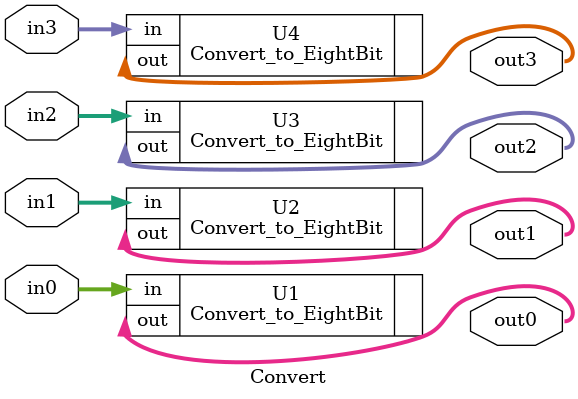
<source format=v>
`timescale 1ns / 1ps



module Convert(input [3:0] in0,  input [3:0] in1, input [3:0] in2, input [3:0] in3, output [7:0] out0, output [7:0] out1, output [7:0] out2, output [7:0] out3);
Convert_to_EightBit U1(.in(in0), .out(out0));
Convert_to_EightBit U2(.in(in1), .out(out1));
Convert_to_EightBit U3(.in(in2), .out(out2));
Convert_to_EightBit U4(.in(in3), .out(out3));
endmodule

</source>
